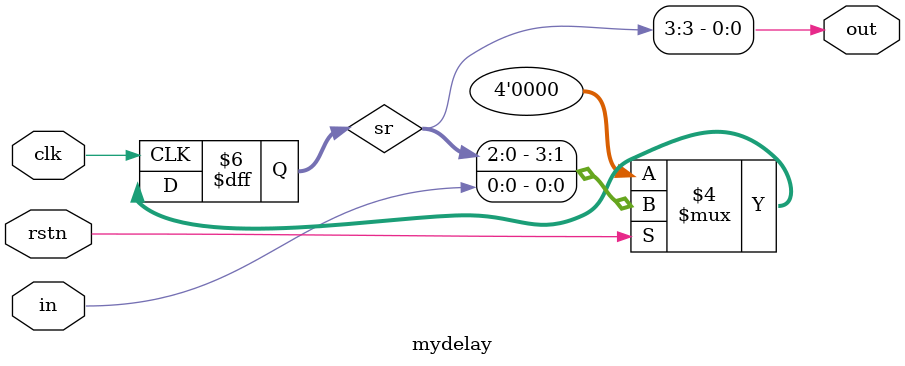
<source format=v>
`timescale 1ns/1ps
module mydelay   #(
    parameter integer DELAY	= 3
)
(
    input rstn,
    input clk,
    input in,
    output out
        );

reg [DELAY:0] sr;

 always @(posedge clk)
    if (!rstn)
     sr <= 0;
 else
     sr <= {sr[DELAY-1 : 0] , in};

assign out	= sr[DELAY];

    endmodule


</source>
